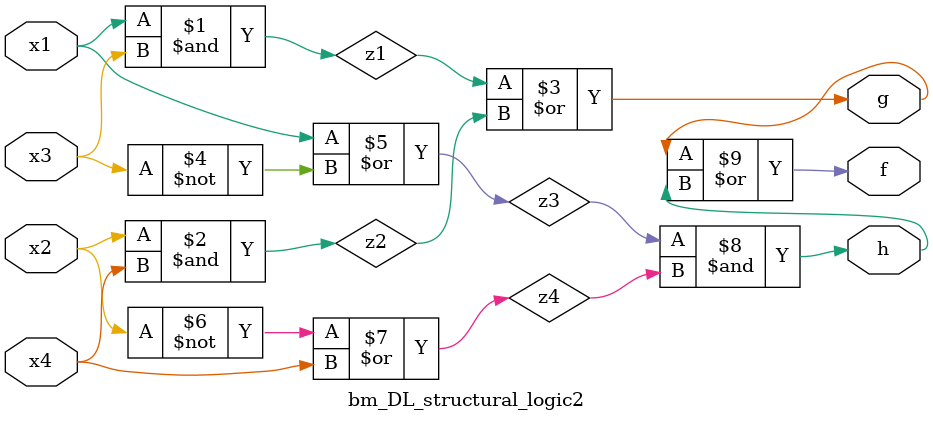
<source format=v>
/* Simple combinational logic */

module bm_DL_structural_logic2 (x1, x2, x3, x4, f, g, h);
	input x1, x2, x3, x4;
	output f, g, h;

	and (z1, x1, x3);
	and (z2, x2, x4);
	or (g, z1, z2);
	or (z3, x1, ~x3);
	or (z4, ~x2, x4);
	and (h, z3, z4);
	or (f, g, h);

endmodule

</source>
